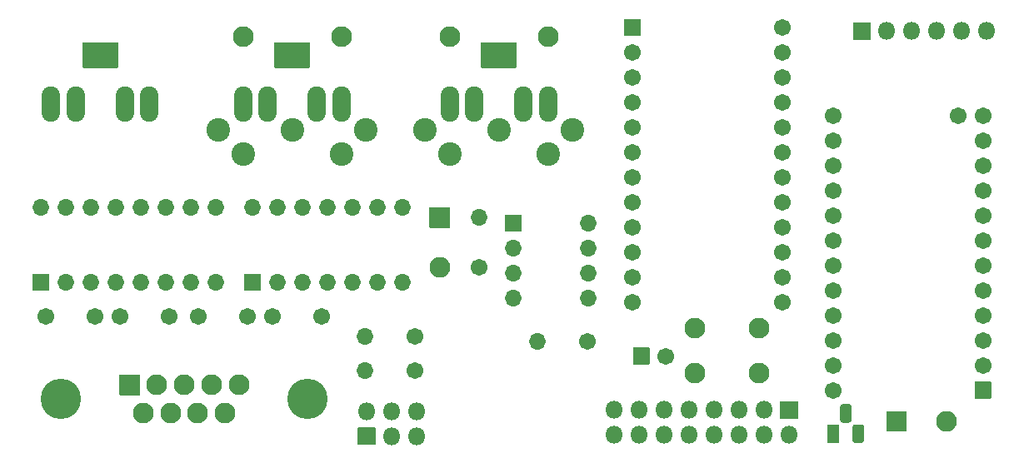
<source format=gts>
G04 #@! TF.GenerationSoftware,KiCad,Pcbnew,5.1.10*
G04 #@! TF.CreationDate,2022-02-22T14:04:46+13:00*
G04 #@! TF.ProjectId,transcribe_circuit,7472616e-7363-4726-9962-655f63697263,v0_5_1*
G04 #@! TF.SameCoordinates,Original*
G04 #@! TF.FileFunction,Soldermask,Top*
G04 #@! TF.FilePolarity,Negative*
%FSLAX46Y46*%
G04 Gerber Fmt 4.6, Leading zero omitted, Abs format (unit mm)*
G04 Created by KiCad (PCBNEW 5.1.10) date 2022-02-22 14:04:46*
%MOMM*%
%LPD*%
G01*
G04 APERTURE LIST*
%ADD10O,2.102000X2.102000*%
%ADD11C,1.702000*%
%ADD12O,1.702000X1.702000*%
%ADD13O,1.802000X1.802000*%
%ADD14O,1.852000X3.602000*%
%ADD15C,2.102000*%
%ADD16C,4.102000*%
%ADD17C,2.402000*%
G04 APERTURE END LIST*
G36*
G01*
X-248500000Y770131000D02*
X-246500000Y770131000D01*
G75*
G02*
X-246449000Y770080000I0J-51000D01*
G01*
X-246449000Y768080000D01*
G75*
G02*
X-246500000Y768029000I-51000J0D01*
G01*
X-248500000Y768029000D01*
G75*
G02*
X-248551000Y768080000I0J51000D01*
G01*
X-248551000Y770080000D01*
G75*
G02*
X-248500000Y770131000I51000J0D01*
G01*
G37*
D10*
X-247500000Y764000000D03*
D11*
X-207520000Y751530000D03*
X-207520000Y754070000D03*
X-207520000Y756610000D03*
X-207520000Y759150000D03*
X-207520000Y761690000D03*
X-207520000Y764230000D03*
X-207520000Y766770000D03*
X-207520000Y769310000D03*
X-207520000Y771850000D03*
X-207520000Y774390000D03*
X-207520000Y776930000D03*
X-207520000Y779470000D03*
X-192280000Y779470000D03*
X-192280000Y776930000D03*
X-192280000Y774390000D03*
X-192280000Y771850000D03*
X-192280000Y769310000D03*
X-192280000Y766770000D03*
X-192280000Y764230000D03*
X-192280000Y761690000D03*
X-192280000Y759150000D03*
X-192280000Y756610000D03*
X-192280000Y754070000D03*
G36*
G01*
X-191480000Y750679000D02*
X-193080000Y750679000D01*
G75*
G02*
X-193131000Y750730000I0J51000D01*
G01*
X-193131000Y752330000D01*
G75*
G02*
X-193080000Y752381000I51000J0D01*
G01*
X-191480000Y752381000D01*
G75*
G02*
X-191429000Y752330000I0J-51000D01*
G01*
X-191429000Y750730000D01*
G75*
G02*
X-191480000Y750679000I-51000J0D01*
G01*
G37*
X-194820000Y779470000D03*
D12*
X-255080000Y753500000D03*
D11*
X-250000000Y753500000D03*
G36*
G01*
X-287200000Y761649000D02*
X-288800000Y761649000D01*
G75*
G02*
X-288851000Y761700000I0J51000D01*
G01*
X-288851000Y763300000D01*
G75*
G02*
X-288800000Y763351000I51000J0D01*
G01*
X-287200000Y763351000D01*
G75*
G02*
X-287149000Y763300000I0J-51000D01*
G01*
X-287149000Y761700000D01*
G75*
G02*
X-287200000Y761649000I-51000J0D01*
G01*
G37*
D12*
X-270220000Y770120000D03*
X-285460000Y762500000D03*
X-272760000Y770120000D03*
X-282920000Y762500000D03*
X-275300000Y770120000D03*
X-280380000Y762500000D03*
X-277840000Y770120000D03*
X-277840000Y762500000D03*
X-280380000Y770120000D03*
X-275300000Y762500000D03*
X-282920000Y770120000D03*
X-272760000Y762500000D03*
X-285460000Y770120000D03*
X-270220000Y762500000D03*
X-288000000Y770120000D03*
G36*
G01*
X-240851000Y767700000D02*
X-240851000Y769300000D01*
G75*
G02*
X-240800000Y769351000I51000J0D01*
G01*
X-239200000Y769351000D01*
G75*
G02*
X-239149000Y769300000I0J-51000D01*
G01*
X-239149000Y767700000D01*
G75*
G02*
X-239200000Y767649000I-51000J0D01*
G01*
X-240800000Y767649000D01*
G75*
G02*
X-240851000Y767700000I0J51000D01*
G01*
G37*
X-232380000Y760880000D03*
X-240000000Y765960000D03*
X-232380000Y763420000D03*
X-240000000Y763420000D03*
X-232380000Y765960000D03*
X-240000000Y760880000D03*
X-232380000Y768500000D03*
D11*
X-243500000Y764000000D03*
D12*
X-243500000Y769080000D03*
X-237580000Y756500000D03*
D11*
X-232500000Y756500000D03*
X-250000000Y757000000D03*
D12*
X-255080000Y757000000D03*
G36*
G01*
X-265700000Y761649000D02*
X-267300000Y761649000D01*
G75*
G02*
X-267351000Y761700000I0J51000D01*
G01*
X-267351000Y763300000D01*
G75*
G02*
X-267300000Y763351000I51000J0D01*
G01*
X-265700000Y763351000D01*
G75*
G02*
X-265649000Y763300000I0J-51000D01*
G01*
X-265649000Y761700000D01*
G75*
G02*
X-265700000Y761649000I-51000J0D01*
G01*
G37*
X-251260000Y770120000D03*
X-263960000Y762500000D03*
X-253800000Y770120000D03*
X-261420000Y762500000D03*
X-256340000Y770120000D03*
X-258880000Y762500000D03*
X-258880000Y770120000D03*
X-256340000Y762500000D03*
X-261420000Y770120000D03*
X-253800000Y762500000D03*
X-263960000Y770120000D03*
X-251260000Y762500000D03*
X-266500000Y770120000D03*
D11*
X-212680000Y788370000D03*
X-212680000Y785830000D03*
X-212680000Y783290000D03*
X-212680000Y780750000D03*
X-212680000Y778210000D03*
X-212680000Y775670000D03*
X-212680000Y773130000D03*
X-212680000Y770590000D03*
X-212680000Y768050000D03*
X-212680000Y765510000D03*
X-212680000Y762970000D03*
X-212680000Y760430000D03*
X-227920000Y760430000D03*
X-227920000Y762970000D03*
X-227920000Y765510000D03*
X-227920000Y768050000D03*
X-227920000Y770590000D03*
X-227920000Y773130000D03*
X-227920000Y775670000D03*
X-227920000Y778210000D03*
X-227920000Y780750000D03*
X-227920000Y783290000D03*
X-227920000Y785830000D03*
G36*
G01*
X-228720000Y789221000D02*
X-227120000Y789221000D01*
G75*
G02*
X-227069000Y789170000I0J-51000D01*
G01*
X-227069000Y787570000D01*
G75*
G02*
X-227120000Y787519000I-51000J0D01*
G01*
X-228720000Y787519000D01*
G75*
G02*
X-228771000Y787570000I0J51000D01*
G01*
X-228771000Y789170000D01*
G75*
G02*
X-228720000Y789221000I51000J0D01*
G01*
G37*
G36*
G01*
X-227851000Y754200000D02*
X-227851000Y755800000D01*
G75*
G02*
X-227800000Y755851000I51000J0D01*
G01*
X-226200000Y755851000D01*
G75*
G02*
X-226149000Y755800000I0J-51000D01*
G01*
X-226149000Y754200000D01*
G75*
G02*
X-226200000Y754149000I-51000J0D01*
G01*
X-227800000Y754149000D01*
G75*
G02*
X-227851000Y754200000I0J51000D01*
G01*
G37*
X-224500000Y755000000D03*
X-287500000Y759000000D03*
X-282500000Y759000000D03*
X-267000000Y759000000D03*
X-272000000Y759000000D03*
X-275000000Y759000000D03*
X-280000000Y759000000D03*
X-264500000Y759000000D03*
X-259500000Y759000000D03*
D10*
X-195995000Y748350000D03*
G36*
G01*
X-202126000Y747350000D02*
X-202126000Y749350000D01*
G75*
G02*
X-202075000Y749401000I51000J0D01*
G01*
X-200075000Y749401000D01*
G75*
G02*
X-200024000Y749350000I0J-51000D01*
G01*
X-200024000Y747350000D01*
G75*
G02*
X-200075000Y747299000I-51000J0D01*
G01*
X-202075000Y747299000D01*
G75*
G02*
X-202126000Y747350000I0J51000D01*
G01*
G37*
G36*
G01*
X-212850000Y750401000D02*
X-211150000Y750401000D01*
G75*
G02*
X-211099000Y750350000I0J-51000D01*
G01*
X-211099000Y748650000D01*
G75*
G02*
X-211150000Y748599000I-51000J0D01*
G01*
X-212850000Y748599000D01*
G75*
G02*
X-212901000Y748650000I0J51000D01*
G01*
X-212901000Y750350000D01*
G75*
G02*
X-212850000Y750401000I51000J0D01*
G01*
G37*
D13*
X-212000000Y746960000D03*
X-214540000Y749500000D03*
X-214540000Y746960000D03*
X-217080000Y749500000D03*
X-217080000Y746960000D03*
X-219620000Y749500000D03*
X-219620000Y746960000D03*
X-222160000Y749500000D03*
X-222160000Y746960000D03*
X-224700000Y749500000D03*
X-224700000Y746960000D03*
X-227240000Y749500000D03*
X-227240000Y746960000D03*
X-229780000Y749500000D03*
X-229780000Y746960000D03*
G36*
G01*
X-203750000Y787149000D02*
X-205450000Y787149000D01*
G75*
G02*
X-205501000Y787200000I0J51000D01*
G01*
X-205501000Y788900000D01*
G75*
G02*
X-205450000Y788951000I51000J0D01*
G01*
X-203750000Y788951000D01*
G75*
G02*
X-203699000Y788900000I0J-51000D01*
G01*
X-203699000Y787200000D01*
G75*
G02*
X-203750000Y787149000I-51000J0D01*
G01*
G37*
X-202060000Y788050000D03*
X-199520000Y788050000D03*
X-196980000Y788050000D03*
X-194440000Y788050000D03*
X-191900000Y788050000D03*
G36*
G01*
X-206831000Y748519500D02*
X-206831000Y749820500D01*
G75*
G02*
X-206530500Y750121000I300500J0D01*
G01*
X-205929500Y750121000D01*
G75*
G02*
X-205629000Y749820500I0J-300500D01*
G01*
X-205629000Y748519500D01*
G75*
G02*
X-205929500Y748219000I-300500J0D01*
G01*
X-206530500Y748219000D01*
G75*
G02*
X-206831000Y748519500I0J300500D01*
G01*
G37*
G36*
G01*
X-205561000Y746449500D02*
X-205561000Y747750500D01*
G75*
G02*
X-205260500Y748051000I300500J0D01*
G01*
X-204659500Y748051000D01*
G75*
G02*
X-204359000Y747750500I0J-300500D01*
G01*
X-204359000Y746449500D01*
G75*
G02*
X-204659500Y746149000I-300500J0D01*
G01*
X-205260500Y746149000D01*
G75*
G02*
X-205561000Y746449500I0J300500D01*
G01*
G37*
G36*
G01*
X-208101000Y746200000D02*
X-208101000Y748000000D01*
G75*
G02*
X-208050000Y748051000I51000J0D01*
G01*
X-206950000Y748051000D01*
G75*
G02*
X-206899000Y748000000I0J-51000D01*
G01*
X-206899000Y746200000D01*
G75*
G02*
X-206950000Y746149000I-51000J0D01*
G01*
X-208050000Y746149000D01*
G75*
G02*
X-208101000Y746200000I0J51000D01*
G01*
G37*
G36*
G01*
X-283801000Y784346000D02*
X-283801000Y786846000D01*
G75*
G02*
X-283750000Y786897000I51000J0D01*
G01*
X-280250000Y786897000D01*
G75*
G02*
X-280199000Y786846000I0J-51000D01*
G01*
X-280199000Y784346000D01*
G75*
G02*
X-280250000Y784295000I-51000J0D01*
G01*
X-283750000Y784295000D01*
G75*
G02*
X-283801000Y784346000I0J51000D01*
G01*
G37*
D14*
X-277000000Y780590000D03*
X-287000000Y780590000D03*
X-279500000Y780590000D03*
X-284500000Y780590000D03*
G36*
G01*
X-280051000Y751050000D02*
X-280051000Y753050000D01*
G75*
G02*
X-280000000Y753101000I51000J0D01*
G01*
X-278000000Y753101000D01*
G75*
G02*
X-277949000Y753050000I0J-51000D01*
G01*
X-277949000Y751050000D01*
G75*
G02*
X-278000000Y750999000I-51000J0D01*
G01*
X-280000000Y750999000D01*
G75*
G02*
X-280051000Y751050000I0J51000D01*
G01*
G37*
D15*
X-276230000Y752050000D03*
X-273460000Y752050000D03*
X-270690000Y752050000D03*
X-267920000Y752050000D03*
X-277615000Y749210000D03*
X-274845000Y749210000D03*
X-272075000Y749210000D03*
X-269305000Y749210000D03*
D16*
X-285960000Y750630000D03*
X-260960000Y750630000D03*
D14*
X-244000000Y780590000D03*
X-239000000Y780590000D03*
X-246500000Y780590000D03*
X-236500000Y780590000D03*
G36*
G01*
X-243301000Y784346000D02*
X-243301000Y786846000D01*
G75*
G02*
X-243250000Y786897000I51000J0D01*
G01*
X-239750000Y786897000D01*
G75*
G02*
X-239699000Y786846000I0J-51000D01*
G01*
X-239699000Y784346000D01*
G75*
G02*
X-239750000Y784295000I-51000J0D01*
G01*
X-243250000Y784295000D01*
G75*
G02*
X-243301000Y784346000I0J51000D01*
G01*
G37*
D17*
X-236500000Y775500000D03*
D15*
X-246500000Y787500000D03*
D17*
X-234000000Y778000000D03*
X-241500000Y778000000D03*
X-249000000Y778000000D03*
X-246500000Y775500000D03*
D15*
X-236500000Y787500000D03*
D14*
X-265000000Y780590000D03*
X-260000000Y780590000D03*
X-267500000Y780590000D03*
X-257500000Y780590000D03*
G36*
G01*
X-264301000Y784346000D02*
X-264301000Y786846000D01*
G75*
G02*
X-264250000Y786897000I51000J0D01*
G01*
X-260750000Y786897000D01*
G75*
G02*
X-260699000Y786846000I0J-51000D01*
G01*
X-260699000Y784346000D01*
G75*
G02*
X-260750000Y784295000I-51000J0D01*
G01*
X-264250000Y784295000D01*
G75*
G02*
X-264301000Y784346000I0J51000D01*
G01*
G37*
D15*
X-257500000Y787500000D03*
D17*
X-267500000Y775500000D03*
X-270000000Y778000000D03*
X-262500000Y778000000D03*
X-255000000Y778000000D03*
D15*
X-267500000Y787500000D03*
D17*
X-257500000Y775500000D03*
G36*
G01*
X-254075000Y745949000D02*
X-255775000Y745949000D01*
G75*
G02*
X-255826000Y746000000I0J51000D01*
G01*
X-255826000Y747700000D01*
G75*
G02*
X-255775000Y747751000I51000J0D01*
G01*
X-254075000Y747751000D01*
G75*
G02*
X-254024000Y747700000I0J-51000D01*
G01*
X-254024000Y746000000D01*
G75*
G02*
X-254075000Y745949000I-51000J0D01*
G01*
G37*
D13*
X-254925000Y749390000D03*
X-252385000Y746850000D03*
X-252385000Y749390000D03*
X-249845000Y746850000D03*
X-249845000Y749390000D03*
D15*
X-215050000Y757800000D03*
X-215050000Y753300000D03*
X-221550000Y757800000D03*
X-221550000Y753300000D03*
M02*

</source>
